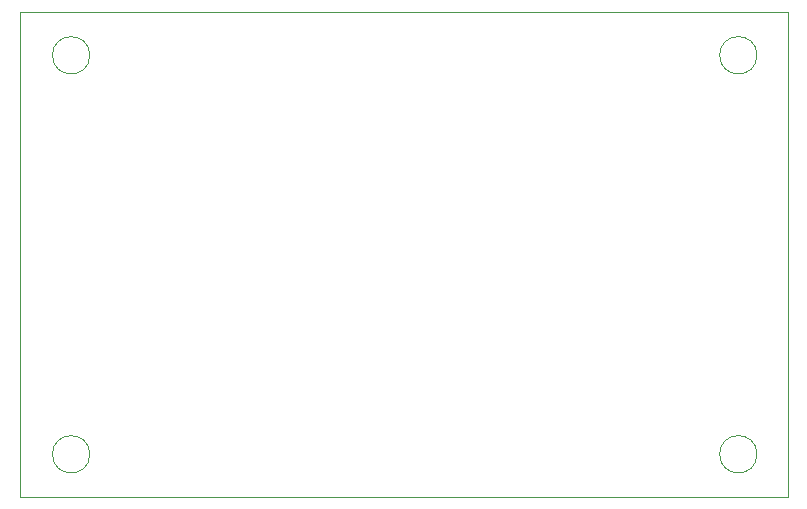
<source format=gbr>
%TF.GenerationSoftware,KiCad,Pcbnew,5.1.12*%
%TF.CreationDate,2021-12-29T22:49:18+01:00*%
%TF.ProjectId,AGC,4147432e-6b69-4636-9164-5f7063625858,rev?*%
%TF.SameCoordinates,Original*%
%TF.FileFunction,Profile,NP*%
%FSLAX46Y46*%
G04 Gerber Fmt 4.6, Leading zero omitted, Abs format (unit mm)*
G04 Created by KiCad (PCBNEW 5.1.12) date 2021-12-29 22:49:18*
%MOMM*%
%LPD*%
G01*
G04 APERTURE LIST*
%TA.AperFunction,Profile*%
%ADD10C,0.050000*%
%TD*%
G04 APERTURE END LIST*
D10*
X149815539Y-122910600D02*
G75*
G03*
X149815539Y-122910600I-1581139J0D01*
G01*
X149815539Y-89128600D02*
G75*
G03*
X149815539Y-89128600I-1581139J0D01*
G01*
X87376000Y-85496400D02*
X87376000Y-126492000D01*
X152400000Y-85496400D02*
X87376000Y-85496400D01*
X152400000Y-126492000D02*
X152400000Y-85500000D01*
X87376000Y-126492000D02*
X152400000Y-126492000D01*
X93325939Y-89128600D02*
G75*
G03*
X93325939Y-89128600I-1581139J0D01*
G01*
X93325939Y-122910600D02*
G75*
G03*
X93325939Y-122910600I-1581139J0D01*
G01*
M02*

</source>
